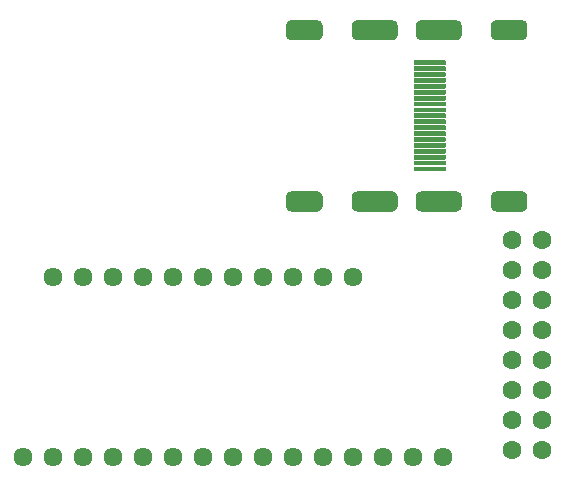
<source format=gbr>
G04 #@! TF.GenerationSoftware,KiCad,Pcbnew,(5.1.10-1-10_14)*
G04 #@! TF.CreationDate,2021-11-29T21:51:49-05:00*
G04 #@! TF.ProjectId,SNAC Sniffer Indent,534e4143-2053-46e6-9966-66657220496e,1*
G04 #@! TF.SameCoordinates,Original*
G04 #@! TF.FileFunction,Soldermask,Top*
G04 #@! TF.FilePolarity,Negative*
%FSLAX46Y46*%
G04 Gerber Fmt 4.6, Leading zero omitted, Abs format (unit mm)*
G04 Created by KiCad (PCBNEW (5.1.10-1-10_14)) date 2021-11-29 21:51:49*
%MOMM*%
%LPD*%
G01*
G04 APERTURE LIST*
%ADD10C,1.601600*%
%ADD11C,1.609600*%
G04 APERTURE END LIST*
D10*
X160750000Y-123140000D03*
X163290000Y-123140000D03*
X163290000Y-120600000D03*
X160750000Y-120600000D03*
X160750000Y-118060000D03*
X163290000Y-118060000D03*
X163290000Y-115520000D03*
X160750000Y-115520000D03*
X160750000Y-112980000D03*
X163290000Y-112980000D03*
X163290000Y-110440000D03*
X160750000Y-110440000D03*
X163290000Y-107900000D03*
X160750000Y-107900000D03*
X160750000Y-105360000D03*
X163290000Y-105360000D03*
G36*
G01*
X150655400Y-88470800D02*
X147604600Y-88470800D01*
G75*
G02*
X147179200Y-88045400I0J425400D01*
G01*
X147179200Y-87194600D01*
G75*
G02*
X147604600Y-86769200I425400J0D01*
G01*
X150655400Y-86769200D01*
G75*
G02*
X151080800Y-87194600I0J-425400D01*
G01*
X151080800Y-88045400D01*
G75*
G02*
X150655400Y-88470800I-425400J0D01*
G01*
G37*
G36*
G01*
X150655400Y-102970800D02*
X147604600Y-102970800D01*
G75*
G02*
X147179200Y-102545400I0J425400D01*
G01*
X147179200Y-101694600D01*
G75*
G02*
X147604600Y-101269200I425400J0D01*
G01*
X150655400Y-101269200D01*
G75*
G02*
X151080800Y-101694600I0J-425400D01*
G01*
X151080800Y-102545400D01*
G75*
G02*
X150655400Y-102970800I-425400J0D01*
G01*
G37*
G36*
G01*
X144295400Y-102970800D02*
X142044600Y-102970800D01*
G75*
G02*
X141619200Y-102545400I0J425400D01*
G01*
X141619200Y-101694600D01*
G75*
G02*
X142044600Y-101269200I425400J0D01*
G01*
X144295400Y-101269200D01*
G75*
G02*
X144720800Y-101694600I0J-425400D01*
G01*
X144720800Y-102545400D01*
G75*
G02*
X144295400Y-102970800I-425400J0D01*
G01*
G37*
G36*
G01*
X144295400Y-88470800D02*
X142044600Y-88470800D01*
G75*
G02*
X141619200Y-88045400I0J425400D01*
G01*
X141619200Y-87194600D01*
G75*
G02*
X142044600Y-86769200I425400J0D01*
G01*
X144295400Y-86769200D01*
G75*
G02*
X144720800Y-87194600I0J-425400D01*
G01*
X144720800Y-88045400D01*
G75*
G02*
X144295400Y-88470800I-425400J0D01*
G01*
G37*
G36*
G01*
X161635400Y-88470800D02*
X159384600Y-88470800D01*
G75*
G02*
X158959200Y-88045400I0J425400D01*
G01*
X158959200Y-87194600D01*
G75*
G02*
X159384600Y-86769200I425400J0D01*
G01*
X161635400Y-86769200D01*
G75*
G02*
X162060800Y-87194600I0J-425400D01*
G01*
X162060800Y-88045400D01*
G75*
G02*
X161635400Y-88470800I-425400J0D01*
G01*
G37*
G36*
G01*
X161635400Y-102970800D02*
X159384600Y-102970800D01*
G75*
G02*
X158959200Y-102545400I0J425400D01*
G01*
X158959200Y-101694600D01*
G75*
G02*
X159384600Y-101269200I425400J0D01*
G01*
X161635400Y-101269200D01*
G75*
G02*
X162060800Y-101694600I0J-425400D01*
G01*
X162060800Y-102545400D01*
G75*
G02*
X161635400Y-102970800I-425400J0D01*
G01*
G37*
G36*
G01*
X156075400Y-102970800D02*
X153024600Y-102970800D01*
G75*
G02*
X152599200Y-102545400I0J425400D01*
G01*
X152599200Y-101694600D01*
G75*
G02*
X153024600Y-101269200I425400J0D01*
G01*
X156075400Y-101269200D01*
G75*
G02*
X156500800Y-101694600I0J-425400D01*
G01*
X156500800Y-102545400D01*
G75*
G02*
X156075400Y-102970800I-425400J0D01*
G01*
G37*
G36*
G01*
X156075400Y-88470800D02*
X153024600Y-88470800D01*
G75*
G02*
X152599200Y-88045400I0J425400D01*
G01*
X152599200Y-87194600D01*
G75*
G02*
X153024600Y-86769200I425400J0D01*
G01*
X156075400Y-86769200D01*
G75*
G02*
X156500800Y-87194600I0J-425400D01*
G01*
X156500800Y-88045400D01*
G75*
G02*
X156075400Y-88470800I-425400J0D01*
G01*
G37*
G36*
G01*
X155090000Y-99570800D02*
X152490000Y-99570800D01*
G75*
G02*
X152439200Y-99520000I0J50800D01*
G01*
X152439200Y-99220000D01*
G75*
G02*
X152490000Y-99169200I50800J0D01*
G01*
X155090000Y-99169200D01*
G75*
G02*
X155140800Y-99220000I0J-50800D01*
G01*
X155140800Y-99520000D01*
G75*
G02*
X155090000Y-99570800I-50800J0D01*
G01*
G37*
G36*
G01*
X155090000Y-99070800D02*
X152490000Y-99070800D01*
G75*
G02*
X152439200Y-99020000I0J50800D01*
G01*
X152439200Y-98720000D01*
G75*
G02*
X152490000Y-98669200I50800J0D01*
G01*
X155090000Y-98669200D01*
G75*
G02*
X155140800Y-98720000I0J-50800D01*
G01*
X155140800Y-99020000D01*
G75*
G02*
X155090000Y-99070800I-50800J0D01*
G01*
G37*
G36*
G01*
X155090000Y-98570800D02*
X152490000Y-98570800D01*
G75*
G02*
X152439200Y-98520000I0J50800D01*
G01*
X152439200Y-98220000D01*
G75*
G02*
X152490000Y-98169200I50800J0D01*
G01*
X155090000Y-98169200D01*
G75*
G02*
X155140800Y-98220000I0J-50800D01*
G01*
X155140800Y-98520000D01*
G75*
G02*
X155090000Y-98570800I-50800J0D01*
G01*
G37*
G36*
G01*
X155090000Y-98070800D02*
X152490000Y-98070800D01*
G75*
G02*
X152439200Y-98020000I0J50800D01*
G01*
X152439200Y-97720000D01*
G75*
G02*
X152490000Y-97669200I50800J0D01*
G01*
X155090000Y-97669200D01*
G75*
G02*
X155140800Y-97720000I0J-50800D01*
G01*
X155140800Y-98020000D01*
G75*
G02*
X155090000Y-98070800I-50800J0D01*
G01*
G37*
G36*
G01*
X155090000Y-97570800D02*
X152490000Y-97570800D01*
G75*
G02*
X152439200Y-97520000I0J50800D01*
G01*
X152439200Y-97220000D01*
G75*
G02*
X152490000Y-97169200I50800J0D01*
G01*
X155090000Y-97169200D01*
G75*
G02*
X155140800Y-97220000I0J-50800D01*
G01*
X155140800Y-97520000D01*
G75*
G02*
X155090000Y-97570800I-50800J0D01*
G01*
G37*
G36*
G01*
X155090000Y-97070800D02*
X152490000Y-97070800D01*
G75*
G02*
X152439200Y-97020000I0J50800D01*
G01*
X152439200Y-96720000D01*
G75*
G02*
X152490000Y-96669200I50800J0D01*
G01*
X155090000Y-96669200D01*
G75*
G02*
X155140800Y-96720000I0J-50800D01*
G01*
X155140800Y-97020000D01*
G75*
G02*
X155090000Y-97070800I-50800J0D01*
G01*
G37*
G36*
G01*
X155090000Y-96570800D02*
X152490000Y-96570800D01*
G75*
G02*
X152439200Y-96520000I0J50800D01*
G01*
X152439200Y-96220000D01*
G75*
G02*
X152490000Y-96169200I50800J0D01*
G01*
X155090000Y-96169200D01*
G75*
G02*
X155140800Y-96220000I0J-50800D01*
G01*
X155140800Y-96520000D01*
G75*
G02*
X155090000Y-96570800I-50800J0D01*
G01*
G37*
G36*
G01*
X155090000Y-96070800D02*
X152490000Y-96070800D01*
G75*
G02*
X152439200Y-96020000I0J50800D01*
G01*
X152439200Y-95720000D01*
G75*
G02*
X152490000Y-95669200I50800J0D01*
G01*
X155090000Y-95669200D01*
G75*
G02*
X155140800Y-95720000I0J-50800D01*
G01*
X155140800Y-96020000D01*
G75*
G02*
X155090000Y-96070800I-50800J0D01*
G01*
G37*
G36*
G01*
X155090000Y-95570800D02*
X152490000Y-95570800D01*
G75*
G02*
X152439200Y-95520000I0J50800D01*
G01*
X152439200Y-95220000D01*
G75*
G02*
X152490000Y-95169200I50800J0D01*
G01*
X155090000Y-95169200D01*
G75*
G02*
X155140800Y-95220000I0J-50800D01*
G01*
X155140800Y-95520000D01*
G75*
G02*
X155090000Y-95570800I-50800J0D01*
G01*
G37*
G36*
G01*
X155090000Y-95070800D02*
X152490000Y-95070800D01*
G75*
G02*
X152439200Y-95020000I0J50800D01*
G01*
X152439200Y-94720000D01*
G75*
G02*
X152490000Y-94669200I50800J0D01*
G01*
X155090000Y-94669200D01*
G75*
G02*
X155140800Y-94720000I0J-50800D01*
G01*
X155140800Y-95020000D01*
G75*
G02*
X155090000Y-95070800I-50800J0D01*
G01*
G37*
G36*
G01*
X155090000Y-94570800D02*
X152490000Y-94570800D01*
G75*
G02*
X152439200Y-94520000I0J50800D01*
G01*
X152439200Y-94220000D01*
G75*
G02*
X152490000Y-94169200I50800J0D01*
G01*
X155090000Y-94169200D01*
G75*
G02*
X155140800Y-94220000I0J-50800D01*
G01*
X155140800Y-94520000D01*
G75*
G02*
X155090000Y-94570800I-50800J0D01*
G01*
G37*
G36*
G01*
X155090000Y-94070800D02*
X152490000Y-94070800D01*
G75*
G02*
X152439200Y-94020000I0J50800D01*
G01*
X152439200Y-93720000D01*
G75*
G02*
X152490000Y-93669200I50800J0D01*
G01*
X155090000Y-93669200D01*
G75*
G02*
X155140800Y-93720000I0J-50800D01*
G01*
X155140800Y-94020000D01*
G75*
G02*
X155090000Y-94070800I-50800J0D01*
G01*
G37*
G36*
G01*
X155090000Y-93570800D02*
X152490000Y-93570800D01*
G75*
G02*
X152439200Y-93520000I0J50800D01*
G01*
X152439200Y-93220000D01*
G75*
G02*
X152490000Y-93169200I50800J0D01*
G01*
X155090000Y-93169200D01*
G75*
G02*
X155140800Y-93220000I0J-50800D01*
G01*
X155140800Y-93520000D01*
G75*
G02*
X155090000Y-93570800I-50800J0D01*
G01*
G37*
G36*
G01*
X155090000Y-93070800D02*
X152490000Y-93070800D01*
G75*
G02*
X152439200Y-93020000I0J50800D01*
G01*
X152439200Y-92720000D01*
G75*
G02*
X152490000Y-92669200I50800J0D01*
G01*
X155090000Y-92669200D01*
G75*
G02*
X155140800Y-92720000I0J-50800D01*
G01*
X155140800Y-93020000D01*
G75*
G02*
X155090000Y-93070800I-50800J0D01*
G01*
G37*
G36*
G01*
X155090000Y-92570800D02*
X152490000Y-92570800D01*
G75*
G02*
X152439200Y-92520000I0J50800D01*
G01*
X152439200Y-92220000D01*
G75*
G02*
X152490000Y-92169200I50800J0D01*
G01*
X155090000Y-92169200D01*
G75*
G02*
X155140800Y-92220000I0J-50800D01*
G01*
X155140800Y-92520000D01*
G75*
G02*
X155090000Y-92570800I-50800J0D01*
G01*
G37*
G36*
G01*
X155090000Y-92070800D02*
X152490000Y-92070800D01*
G75*
G02*
X152439200Y-92020000I0J50800D01*
G01*
X152439200Y-91720000D01*
G75*
G02*
X152490000Y-91669200I50800J0D01*
G01*
X155090000Y-91669200D01*
G75*
G02*
X155140800Y-91720000I0J-50800D01*
G01*
X155140800Y-92020000D01*
G75*
G02*
X155090000Y-92070800I-50800J0D01*
G01*
G37*
G36*
G01*
X155090000Y-91570800D02*
X152490000Y-91570800D01*
G75*
G02*
X152439200Y-91520000I0J50800D01*
G01*
X152439200Y-91220000D01*
G75*
G02*
X152490000Y-91169200I50800J0D01*
G01*
X155090000Y-91169200D01*
G75*
G02*
X155140800Y-91220000I0J-50800D01*
G01*
X155140800Y-91520000D01*
G75*
G02*
X155090000Y-91570800I-50800J0D01*
G01*
G37*
G36*
G01*
X155090000Y-91070800D02*
X152490000Y-91070800D01*
G75*
G02*
X152439200Y-91020000I0J50800D01*
G01*
X152439200Y-90720000D01*
G75*
G02*
X152490000Y-90669200I50800J0D01*
G01*
X155090000Y-90669200D01*
G75*
G02*
X155140800Y-90720000I0J-50800D01*
G01*
X155140800Y-91020000D01*
G75*
G02*
X155090000Y-91070800I-50800J0D01*
G01*
G37*
G36*
G01*
X155090000Y-90570800D02*
X152490000Y-90570800D01*
G75*
G02*
X152439200Y-90520000I0J50800D01*
G01*
X152439200Y-90220000D01*
G75*
G02*
X152490000Y-90169200I50800J0D01*
G01*
X155090000Y-90169200D01*
G75*
G02*
X155140800Y-90220000I0J-50800D01*
G01*
X155140800Y-90520000D01*
G75*
G02*
X155090000Y-90570800I-50800J0D01*
G01*
G37*
D11*
X154910000Y-123760000D03*
X152370000Y-123760000D03*
X149830000Y-123760000D03*
X147290000Y-123760000D03*
X144750000Y-123760000D03*
X142210000Y-123760000D03*
X139670000Y-123760000D03*
X137130000Y-123760000D03*
X134590000Y-123760000D03*
X132050000Y-123760000D03*
X129510000Y-123760000D03*
X126970000Y-123760000D03*
X124430000Y-123760000D03*
X121890000Y-123760000D03*
X119350000Y-123760000D03*
X121890000Y-108520000D03*
X124430000Y-108520000D03*
X126970000Y-108520000D03*
X129510000Y-108520000D03*
X132050000Y-108520000D03*
X134590000Y-108520000D03*
X137130000Y-108520000D03*
X139670000Y-108520000D03*
X142210000Y-108520000D03*
X144750000Y-108520000D03*
X147290000Y-108520000D03*
M02*

</source>
